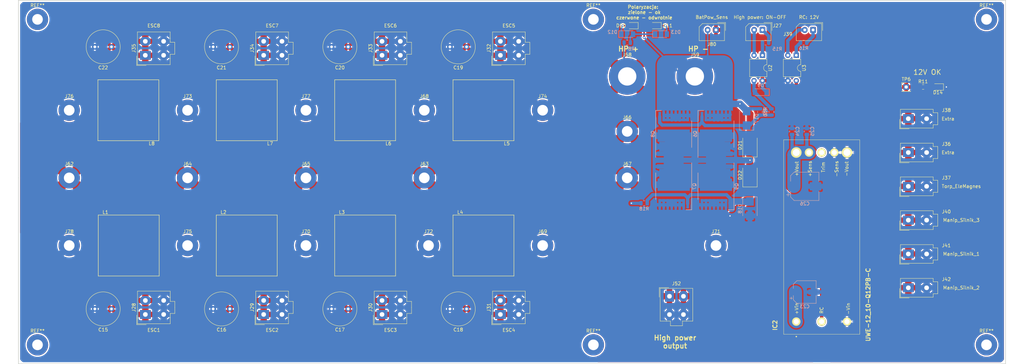
<source format=kicad_pcb>
(kicad_pcb (version 20171130) (host pcbnew "(5.0.2)-1")
  (layers (0 F.Cu signal) (31 B.Cu signal) (34 B.Paste user) (35 F.Paste user) (36 B.SilkS user) (37 F.SilkS user) (38 B.Mask user) (39 F.Mask user) (44 Edge.Cuts user))
  (net 0 "")
  (net 1 "Net-(C15-Pad1)")
  (net 2 -BattPow)
  (net 3 "Net-(C16-Pad1)")
  (net 4 "Net-(C17-Pad1)")
  (net 5 "Net-(C18-Pad1)")
  (net 6 "Net-(C19-Pad1)")
  (net 7 "Net-(C20-Pad1)")
  (net 8 "Net-(C21-Pad1)")
  (net 9 "Net-(C22-Pad1)")
  (net 10 +BattPow)
  (net 11 "Net-(C24-Pad1)")
  (net 12 "Net-(D9-Pad2)")
  (net 13 "Net-(D10-Pad2)")
  (net 14 "Net-(D10-Pad1)")
  (net 15 "Net-(D14-Pad2)")
  (net 16 "Net-(IC2-Pad2)")
  (net 17 "Net-(J27-Pad2)")
  (net 18 "Net-(J27-Pad1)")
  (net 19 "Net-(J39-Pad1)")
  (net 20 "Net-(J39-Pad2)")
  (net 21 "Net-(D11-Pad1)")
  (net 22 "Net-(D12-Pad2)")
  (net 23 "Net-(R15-Pad1)")
  (net 24 "Net-(R16-Pad1)")
  (net 25 "Net-(D17-Pad1)")
  (net 26 "Net-(D18-Pad1)")
  (net 27 "Net-(D21-Pad1)")
  (module Resistor_SMD:R_0805_2012Metric (layer B.Cu) (at 240.9295 48.2695 270)
    (fp_text reference R9 (at 0 1.905 270) (layer B.SilkS) (effects (justify mirror)))
    (fp_text value 100)
    (pad 1 smd roundrect (at -0.9375 0 270) (size 0.975 1.4) (layers B.Cu B.Paste B.Mask) (net 12 "Net-(D9-Pad2)"))
    (pad 2 smd roundrect (at 0.9375 0 270) (size 0.975 1.4) (layers B.Cu B.Paste B.Mask) (net 25 "Net-(D17-Pad1)"))
  )
  (module Diode_SMD:D_SMB (layer B.Cu) (at 233.492 50.182 90)
    (fp_text reference D17 (at 0 3 90) (layer B.SilkS) (effects (justify mirror)))
    (fp_text value D_TVS)
    (pad 2 smd rect (at 2.15 0 90) (size 2.5 2.3) (layers B.Cu B.Paste B.Mask) (net 14 "Net-(D10-Pad1)"))
    (pad 1 smd rect (at -2.15 0 90) (size 2.5 2.3) (layers B.Cu B.Paste B.Mask) (net 25 "Net-(D17-Pad1)"))
  )
  (module Package_DIP:DIP-4_W7.62mm (layer F.Cu) (at 248.412 31.242 270)
    (fp_text reference U3 (at 3.81 -2.33 270) (layer F.SilkS))
    (fp_text value Transoptor)
    (pad 4 thru_hole oval (at 7.62 0 270) (size 1.6 1.6) (drill 0.8) (layers *.Cu *.Mask) (net 16 "Net-(IC2-Pad2)"))
    (pad 2 thru_hole oval (at 0 2.54 270) (size 1.6 1.6) (drill 0.8) (layers *.Cu *.Mask) (net 20 "Net-(J39-Pad2)"))
    (pad 3 thru_hole oval (at 7.62 2.54 270) (size 1.6 1.6) (drill 0.8) (layers *.Cu *.Mask) (net 2 -BattPow))
    (pad 1 thru_hole rect (at 0 0 270) (size 1.6 1.6) (drill 0.8) (layers *.Cu *.Mask) (net 24 "Net-(R16-Pad1)"))
  )
  (module Capacitor_THT:C_Radial_D10.0mm_H20.0mm_P5.00mm (layer F.Cu) (at 42.672 107.442 180)
    (fp_text reference C15 (at 2.5 -6.25 180) (layer F.SilkS))
    (fp_text value C)
    (pad 1 thru_hole circle (at 0 0 180) (size 1.6 1.6) (drill 0.8) (layers *.Cu *.Mask) (net 1 "Net-(C15-Pad1)"))
    (pad 2 thru_hole circle (at 5 0 180) (size 1.6 1.6) (drill 0.8) (layers *.Cu *.Mask) (net 2 -BattPow))
  )
  (module Capacitor_THT:C_Radial_D10.0mm_H20.0mm_P5.00mm (layer F.Cu) (at 78.232 107.442 180)
    (fp_text reference C16 (at 2.5 -6.25 180) (layer F.SilkS))
    (fp_text value C)
    (pad 2 thru_hole circle (at 5 0 180) (size 1.6 1.6) (drill 0.8) (layers *.Cu *.Mask) (net 2 -BattPow))
    (pad 1 thru_hole circle (at 0 0 180) (size 1.6 1.6) (drill 0.8) (layers *.Cu *.Mask) (net 3 "Net-(C16-Pad1)"))
  )
  (module Capacitor_THT:C_Radial_D10.0mm_H20.0mm_P5.00mm (layer F.Cu) (at 113.792 107.442 180)
    (fp_text reference C17 (at 2.5 -6.25 180) (layer F.SilkS))
    (fp_text value C)
    (pad 1 thru_hole circle (at 0 0 180) (size 1.6 1.6) (drill 0.8) (layers *.Cu *.Mask) (net 4 "Net-(C17-Pad1)"))
    (pad 2 thru_hole circle (at 5 0 180) (size 1.6 1.6) (drill 0.8) (layers *.Cu *.Mask) (net 2 -BattPow))
  )
  (module Capacitor_THT:C_Radial_D10.0mm_H20.0mm_P5.00mm (layer F.Cu) (at 149.352 107.442 180)
    (fp_text reference C18 (at 2.5 -6.25 180) (layer F.SilkS))
    (fp_text value C)
    (pad 2 thru_hole circle (at 5 0 180) (size 1.6 1.6) (drill 0.8) (layers *.Cu *.Mask) (net 2 -BattPow))
    (pad 1 thru_hole circle (at 0 0 180) (size 1.6 1.6) (drill 0.8) (layers *.Cu *.Mask) (net 5 "Net-(C18-Pad1)"))
  )
  (module Capacitor_THT:C_Radial_D10.0mm_H20.0mm_P5.00mm (layer F.Cu) (at 149.352 28.702 180)
    (fp_text reference C19 (at 2.5 -6.25 180) (layer F.SilkS))
    (fp_text value C)
    (pad 1 thru_hole circle (at 0 0 180) (size 1.6 1.6) (drill 0.8) (layers *.Cu *.Mask) (net 6 "Net-(C19-Pad1)"))
    (pad 2 thru_hole circle (at 5 0 180) (size 1.6 1.6) (drill 0.8) (layers *.Cu *.Mask) (net 2 -BattPow))
  )
  (module Capacitor_THT:C_Radial_D10.0mm_H20.0mm_P5.00mm (layer F.Cu) (at 113.792 28.702 180)
    (fp_text reference C20 (at 2.5 -6.25 180) (layer F.SilkS))
    (fp_text value C)
    (pad 1 thru_hole circle (at 0 0 180) (size 1.6 1.6) (drill 0.8) (layers *.Cu *.Mask) (net 7 "Net-(C20-Pad1)"))
    (pad 2 thru_hole circle (at 5 0 180) (size 1.6 1.6) (drill 0.8) (layers *.Cu *.Mask) (net 2 -BattPow))
  )
  (module Capacitor_THT:C_Radial_D10.0mm_H20.0mm_P5.00mm (layer F.Cu) (at 78.232 28.702 180)
    (fp_text reference C21 (at 2.5 -6.25 180) (layer F.SilkS))
    (fp_text value C)
    (pad 2 thru_hole circle (at 5 0 180) (size 1.6 1.6) (drill 0.8) (layers *.Cu *.Mask) (net 2 -BattPow))
    (pad 1 thru_hole circle (at 0 0 180) (size 1.6 1.6) (drill 0.8) (layers *.Cu *.Mask) (net 8 "Net-(C21-Pad1)"))
  )
  (module Capacitor_SMD:CP_Elec_6.3x5.4 (layer B.Cu) (at 250.952 102.362)
    (fp_text reference C23 (at 0 4.35) (layer B.SilkS) (effects (justify mirror)))
    (fp_text value 33uF)
    (pad 1 smd roundrect (at -2.8 0) (size 3.5 1.6) (layers B.Cu B.Paste B.Mask) (roundrect_rratio 0.15625) (net 10 +BattPow))
    (pad 2 smd roundrect (at 2.8 0) (size 3.5 1.6) (layers B.Cu B.Paste B.Mask) (roundrect_rratio 0.15625) (net 2 -BattPow))
  )
  (module Capacitor_SMD:C_0805_2012Metric (layer B.Cu) (at 247.142 54.102 90)
    (fp_text reference C24 (at 0 1.65 90) (layer B.SilkS) (effects (justify mirror)))
    (fp_text value 100nF)
    (pad 1 smd roundrect (at -0.9375 0 90) (size 0.975 1.4) (layers B.Cu B.Paste B.Mask) (net 11 "Net-(C24-Pad1)"))
    (pad 2 smd roundrect (at 0.9375 0 90) (size 0.975 1.4) (layers B.Cu B.Paste B.Mask) (net 2 -BattPow))
  )
  (module Capacitor_SMD:C_0805_2012Metric (layer B.Cu) (at 251.587 54.102 90)
    (fp_text reference C25 (at 0 1.65 90) (layer B.SilkS) (effects (justify mirror)))
    (fp_text value 10uF)
    (pad 2 smd roundrect (at 0.9375 0 90) (size 0.975 1.4) (layers B.Cu B.Paste B.Mask) (net 2 -BattPow))
    (pad 1 smd roundrect (at -0.9375 0 90) (size 0.975 1.4) (layers B.Cu B.Paste B.Mask) (net 11 "Net-(C24-Pad1)"))
  )
  (module Capacitor_SMD:CP_Elec_8x10 (layer B.Cu) (at 250.952 70.612)
    (fp_text reference C26 (at 0 5.2) (layer B.SilkS) (effects (justify mirror)))
    (fp_text value 200uF)
    (pad 2 smd roundrect (at 3.25 0) (size 3.5 2.5) (layers B.Cu B.Paste B.Mask) (roundrect_rratio 0.1) (net 2 -BattPow))
    (pad 1 smd roundrect (at -3.25 0) (size 3.5 2.5) (layers B.Cu B.Paste B.Mask) (roundrect_rratio 0.1) (net 11 "Net-(C24-Pad1)"))
  )
  (module Diode_SMD:D_MiniMELF (layer B.Cu) (at 237.742 42.332 180)
    (fp_text reference D9 (at 0 2 180) (layer B.SilkS) (effects (justify mirror)))
    (fp_text value BAT48)
    (pad 1 smd rect (at -1.75 0 180) (size 1.3 1.7) (layers B.Cu B.Paste B.Mask) (net 10 +BattPow))
    (pad 2 smd rect (at 1.75 0 180) (size 1.3 1.7) (layers B.Cu B.Paste B.Mask) (net 12 "Net-(D9-Pad2)"))
  )
  (module LED_SMD:LED_0805_2012Metric (layer F.Cu) (at 199.2145 22.352 180)
    (fp_text reference D10 (at 3.4625 0.02 180) (layer F.SilkS))
    (fp_text value LED_G)
    (pad 2 smd roundrect (at 0.9375 0 180) (size 0.975 1.4) (layers F.Cu F.Paste F.Mask) (net 13 "Net-(D10-Pad2)"))
    (pad 1 smd roundrect (at -0.9375 0 180) (size 0.975 1.4) (layers F.Cu F.Paste F.Mask) (net 14 "Net-(D10-Pad1)"))
  )
  (module LED_SMD:LED_0805_2012Metric (layer F.Cu) (at 206.1695 22.352 180)
    (fp_text reference D11 (at -3.5825 0.02 180) (layer F.SilkS))
    (fp_text value LED_R)
    (pad 1 smd roundrect (at -0.9375 0 180) (size 0.975 1.4) (layers F.Cu F.Paste F.Mask) (net 21 "Net-(D11-Pad1)"))
    (pad 2 smd roundrect (at 0.9375 0 180) (size 0.975 1.4) (layers F.Cu F.Paste F.Mask) (net 14 "Net-(D10-Pad1)"))
  )
  (module Diode_SMD:D_MiniMELF (layer B.Cu) (at 197.612 24.892)
    (fp_text reference D12 (at -4.445 -0.635) (layer B.SilkS) (effects (justify mirror)))
    (fp_text value BAT48)
    (pad 1 smd rect (at -1.75 0) (size 1.3 1.7) (layers B.Cu B.Paste B.Mask) (net 13 "Net-(D10-Pad2)"))
    (pad 2 smd rect (at 1.75 0) (size 1.3 1.7) (layers B.Cu B.Paste B.Mask) (net 22 "Net-(D12-Pad2)"))
  )
  (module Diode_SMD:D_MiniMELF (layer B.Cu) (at 207.772 24.892)
    (fp_text reference D13 (at 4.445 -0.635) (layer B.SilkS) (effects (justify mirror)))
    (fp_text value BAT48)
    (pad 1 smd rect (at -1.75 0) (size 1.3 1.7) (layers B.Cu B.Paste B.Mask) (net 22 "Net-(D12-Pad2)"))
    (pad 2 smd rect (at 1.75 0) (size 1.3 1.7) (layers B.Cu B.Paste B.Mask) (net 21 "Net-(D11-Pad1)"))
  )
  (module LED_SMD:LED_0805_2012Metric (layer F.Cu) (at 290.957 40.767 180)
    (fp_text reference D14 (at 0 -1.65 180) (layer F.SilkS))
    (fp_text value LED_B)
    (pad 2 smd roundrect (at 0.9375 0 180) (size 0.975 1.4) (layers F.Cu F.Paste F.Mask) (net 15 "Net-(D14-Pad2)"))
    (pad 1 smd roundrect (at -0.9375 0 180) (size 0.975 1.4) (layers F.Cu F.Paste F.Mask) (net 2 -BattPow))
  )
  (module UWE-12_10-Q12P-C:UWE-12_10-Q12P-C (layer F.Cu) (at 256.032 85.852 90)
    (fp_text reference IC2 (at -26.5 -14 90) (layer F.SilkS) (effects (font (size 1.27 1.27) (thickness 0.254))))
    (fp_text value UWE-12_10-Q12PB-C (at -20.32 13.97 90) (layer F.SilkS) (effects (font (size 1.27 1.27) (thickness 0.254))))
    (fp_text user +Vin (at -21.5 -7.5 90) (layer F.SilkS))
    (fp_text user -Vin (at -21.5 8 90) (layer F.SilkS))
    (fp_text user RC (at -22 0 90) (layer F.SilkS))
    (fp_text user -Vout (at 20.5 7.5 90) (layer F.SilkS))
    (fp_text user +Vout (at 20.5 -7.5 90) (layer F.SilkS))
    (fp_text user +Sens (at 20.5 -3.5 90) (layer F.SilkS))
    (fp_text user -Sens (at 20.5 4.5 90) (layer F.SilkS))
    (fp_text user Trim (at 21 0.5 90) (layer F.SilkS))
    (pad 1 thru_hole circle (at -25.4 -7.62 180) (size 2.54 2.54) (drill 1.5748) (layers *.Cu *.Mask F.SilkS) (net 10 +BattPow))
    (pad 2 thru_hole circle (at -25.4 0 180) (size 2.54 2.54) (drill 1.5748) (layers *.Cu *.Mask F.SilkS) (net 16 "Net-(IC2-Pad2)"))
    (pad 3 thru_hole circle (at -25.4 7.62 180) (size 2.54 2.54) (drill 1.5748) (layers *.Cu *.Mask F.SilkS) (net 2 -BattPow))
    (pad 4 thru_hole circle (at 25.4 7.62 180) (size 3.2 3.2) (drill 2.1336) (layers *.Cu *.Mask F.SilkS) (net 2 -BattPow))
    (pad 5 thru_hole circle (at 25.4 3.81 180) (size 2.54 2.54) (drill 1.5748) (layers *.Cu *.Mask F.SilkS) (net 2 -BattPow))
    (pad 6 thru_hole circle (at 25.4 0 180) (size 2.54 2.54) (drill 1.5748) (layers *.Cu *.Mask F.SilkS))
    (pad 7 thru_hole circle (at 25.4 -3.81 180) (size 2.54 2.54) (drill 1.5748) (layers *.Cu *.Mask F.SilkS) (net 11 "Net-(C24-Pad1)"))
    (pad 8 thru_hole circle (at 25.4 -7.62 180) (size 3.2 3.2) (drill 2.1336) (layers *.Cu *.Mask F.SilkS) (net 11 "Net-(C24-Pad1)"))
  )
  (module Connector_Molex:Molex_SPOX_5267-02A_1x02_P2.50mm_Vertical (layer F.Cu) (at 238.252 23.622 180)
    (fp_text reference J27 (at -4.445 1.27 180) (layer F.SilkS))
    (fp_text value "High power: ON-OFF" (at 0.762 3.81 180) (layer F.SilkS))
    (pad 2 thru_hole oval (at 2.5 0 180) (size 1.7 1.85) (drill 0.85) (layers *.Cu *.Mask) (net 17 "Net-(J27-Pad2)"))
    (pad 1 thru_hole roundrect (at 0 0 180) (size 1.7 1.85) (drill 0.85) (layers *.Cu *.Mask) (roundrect_rratio 0.147059) (net 18 "Net-(J27-Pad1)"))
  )
  (module Connector_Molex:Molex_Mini-Fit_Jr_5566-04A_2x02_P4.20mm_Vertical (layer F.Cu) (at 52.852 109.102 90)
    (fp_text reference J28 (at 2.1 -3.45 90) (layer F.SilkS))
    (fp_text value ESC1 (at -4.69 2.52 180) (layer F.SilkS))
    (pad 1 thru_hole roundrect (at 0 0 90) (size 2.7 3.3) (drill 1.4) (layers *.Cu *.Mask) (roundrect_rratio 0.09259299999999999) (net 1 "Net-(C15-Pad1)"))
    (pad 2 thru_hole oval (at 4.2 0 90) (size 2.7 3.3) (drill 1.4) (layers *.Cu *.Mask) (net 1 "Net-(C15-Pad1)"))
    (pad 3 thru_hole oval (at 0 5.5 90) (size 2.7 3.3) (drill 1.4) (layers *.Cu *.Mask) (net 2 -BattPow))
    (pad 4 thru_hole oval (at 4.2 5.5 90) (size 2.7 3.3) (drill 1.4) (layers *.Cu *.Mask) (net 2 -BattPow))
  )
  (module Connector_Molex:Molex_Mini-Fit_Jr_5566-04A_2x02_P4.20mm_Vertical (layer F.Cu) (at 88.392 109.102 90)
    (fp_text reference J29 (at 2.1 -3.45 90) (layer F.SilkS))
    (fp_text value ESC2 (at -4.69 2.54 180) (layer F.SilkS))
    (pad 4 thru_hole oval (at 4.2 5.5 90) (size 2.7 3.3) (drill 1.4) (layers *.Cu *.Mask) (net 2 -BattPow))
    (pad 3 thru_hole oval (at 0 5.5 90) (size 2.7 3.3) (drill 1.4) (layers *.Cu *.Mask) (net 2 -BattPow))
    (pad 2 thru_hole oval (at 4.2 0 90) (size 2.7 3.3) (drill 1.4) (layers *.Cu *.Mask) (net 3 "Net-(C16-Pad1)"))
    (pad 1 thru_hole roundrect (at 0 0 90) (size 2.7 3.3) (drill 1.4) (layers *.Cu *.Mask) (roundrect_rratio 0.09259299999999999) (net 3 "Net-(C16-Pad1)"))
  )
  (module Connector_Molex:Molex_Mini-Fit_Jr_5566-04A_2x02_P4.20mm_Vertical (layer F.Cu) (at 123.952 109.102 90)
    (fp_text reference J30 (at 2.1 -3.45 90) (layer F.SilkS))
    (fp_text value ESC3 (at -4.69 2.54 180) (layer F.SilkS))
    (pad 1 thru_hole roundrect (at 0 0 90) (size 2.7 3.3) (drill 1.4) (layers *.Cu *.Mask) (roundrect_rratio 0.09259299999999999) (net 4 "Net-(C17-Pad1)"))
    (pad 2 thru_hole oval (at 4.2 0 90) (size 2.7 3.3) (drill 1.4) (layers *.Cu *.Mask) (net 4 "Net-(C17-Pad1)"))
    (pad 3 thru_hole oval (at 0 5.5 90) (size 2.7 3.3) (drill 1.4) (layers *.Cu *.Mask) (net 2 -BattPow))
    (pad 4 thru_hole oval (at 4.2 5.5 90) (size 2.7 3.3) (drill 1.4) (layers *.Cu *.Mask) (net 2 -BattPow))
  )
  (module Connector_Molex:Molex_Mini-Fit_Jr_5566-04A_2x02_P4.20mm_Vertical (layer F.Cu) (at 159.512 109.102 90)
    (fp_text reference J31 (at 2.1 -3.45 90) (layer F.SilkS))
    (fp_text value ESC4 (at -4.69 2.54 180) (layer F.SilkS))
    (pad 4 thru_hole oval (at 4.2 5.5 90) (size 2.7 3.3) (drill 1.4) (layers *.Cu *.Mask) (net 2 -BattPow))
    (pad 3 thru_hole oval (at 0 5.5 90) (size 2.7 3.3) (drill 1.4) (layers *.Cu *.Mask) (net 2 -BattPow))
    (pad 2 thru_hole oval (at 4.2 0 90) (size 2.7 3.3) (drill 1.4) (layers *.Cu *.Mask) (net 5 "Net-(C18-Pad1)"))
    (pad 1 thru_hole roundrect (at 0 0 90) (size 2.7 3.3) (drill 1.4) (layers *.Cu *.Mask) (roundrect_rratio 0.09259299999999999) (net 5 "Net-(C18-Pad1)"))
  )
  (module Connector_Molex:Molex_Mini-Fit_Jr_5566-04A_2x02_P4.20mm_Vertical (layer F.Cu) (at 159.512 31.242 90)
    (fp_text reference J32 (at 2.1 -3.45 90) (layer F.SilkS))
    (fp_text value ESC5 (at 8.89 2.54 180) (layer F.SilkS))
    (pad 4 thru_hole oval (at 4.2 5.5 90) (size 2.7 3.3) (drill 1.4) (layers *.Cu *.Mask) (net 2 -BattPow))
    (pad 3 thru_hole oval (at 0 5.5 90) (size 2.7 3.3) (drill 1.4) (layers *.Cu *.Mask) (net 2 -BattPow))
    (pad 2 thru_hole oval (at 4.2 0 90) (size 2.7 3.3) (drill 1.4) (layers *.Cu *.Mask) (net 6 "Net-(C19-Pad1)"))
    (pad 1 thru_hole roundrect (at 0 0 90) (size 2.7 3.3) (drill 1.4) (layers *.Cu *.Mask) (roundrect_rratio 0.09259299999999999) (net 6 "Net-(C19-Pad1)"))
  )
  (module Connector_Molex:Molex_Mini-Fit_Jr_5566-04A_2x02_P4.20mm_Vertical (layer F.Cu) (at 123.952 31.242 90)
    (fp_text reference J33 (at 2.1 -3.45 90) (layer F.SilkS))
    (fp_text value ESC6 (at 8.89 2.54 180) (layer F.SilkS))
    (pad 1 thru_hole roundrect (at 0 0 90) (size 2.7 3.3) (drill 1.4) (layers *.Cu *.Mask) (roundrect_rratio 0.09259299999999999) (net 7 "Net-(C20-Pad1)"))
    (pad 2 thru_hole oval (at 4.2 0 90) (size 2.7 3.3) (drill 1.4) (layers *.Cu *.Mask) (net 7 "Net-(C20-Pad1)"))
    (pad 3 thru_hole oval (at 0 5.5 90) (size 2.7 3.3) (drill 1.4) (layers *.Cu *.Mask) (net 2 -BattPow))
    (pad 4 thru_hole oval (at 4.2 5.5 90) (size 2.7 3.3) (drill 1.4) (layers *.Cu *.Mask) (net 2 -BattPow))
  )
  (module Connector_Molex:Molex_Mini-Fit_Jr_5566-04A_2x02_P4.20mm_Vertical (layer F.Cu) (at 88.392 31.242 90)
    (fp_text reference J34 (at 2.1 -3.45 90) (layer F.SilkS))
    (fp_text value ESC7 (at 8.89 2.54 180) (layer F.SilkS))
    (pad 1 thru_hole roundrect (at 0 0 90) (size 2.7 3.3) (drill 1.4) (layers *.Cu *.Mask) (roundrect_rratio 0.09259299999999999) (net 8 "Net-(C21-Pad1)"))
    (pad 2 thru_hole oval (at 4.2 0 90) (size 2.7 3.3) (drill 1.4) (layers *.Cu *.Mask) (net 8 "Net-(C21-Pad1)"))
    (pad 3 thru_hole oval (at 0 5.5 90) (size 2.7 3.3) (drill 1.4) (layers *.Cu *.Mask) (net 2 -BattPow))
    (pad 4 thru_hole oval (at 4.2 5.5 90) (size 2.7 3.3) (drill 1.4) (layers *.Cu *.Mask) (net 2 -BattPow))
  )
  (module Connector_Molex:Molex_Mini-Fit_Jr_5566-04A_2x02_P4.20mm_Vertical (layer F.Cu) (at 52.832 31.242 90)
    (fp_text reference J35 (at 2.1 -3.45 90) (layer F.SilkS))
    (fp_text value ESC8 (at 8.89 2.54 180) (layer F.SilkS))
    (pad 4 thru_hole oval (at 4.2 5.5 90) (size 2.7 3.3) (drill 1.4) (layers *.Cu *.Mask) (net 2 -BattPow))
    (pad 3 thru_hole oval (at 0 5.5 90) (size 2.7 3.3) (drill 1.4) (layers *.Cu *.Mask) (net 2 -BattPow))
    (pad 2 thru_hole oval (at 4.2 0 90) (size 2.7 3.3) (drill 1.4) (layers *.Cu *.Mask) (net 9 "Net-(C22-Pad1)"))
    (pad 1 thru_hole roundrect (at 0 0 90) (size 2.7 3.3) (drill 1.4) (layers *.Cu *.Mask) (roundrect_rratio 0.09259299999999999) (net 9 "Net-(C22-Pad1)"))
  )
  (module Connector_Molex:Molex_SPOX_5267-02A_1x02_P2.50mm_Vertical (layer F.Cu) (at 253.452 23.622 180)
    (fp_text reference J39 (at 7.58 -1.27 180) (layer F.SilkS))
    (fp_text value "RC: 12V" (at 1.23 3.81 180) (layer F.SilkS))
    (pad 1 thru_hole roundrect (at 0 0 180) (size 1.7 1.85) (drill 0.85) (layers *.Cu *.Mask) (roundrect_rratio 0.147059) (net 19 "Net-(J39-Pad1)"))
    (pad 2 thru_hole oval (at 2.5 0 180) (size 1.7 1.85) (drill 0.85) (layers *.Cu *.Mask) (net 20 "Net-(J39-Pad2)"))
  )
  (module Connector_Molex:Molex_Mini-Fit_Jr_5566-04A_2x02_P4.20mm_Vertical (layer F.Cu) (at 210.312 103.632)
    (fp_text reference J52 (at 2.1 -3.81) (layer F.SilkS))
    (fp_text value HP_OUT)
    (pad 4 thru_hole oval (at 4.2 5.5) (size 2.7 3.3) (drill 1.4) (layers *.Cu *.Mask) (net 2 -BattPow))
    (pad 3 thru_hole oval (at 0 5.5) (size 2.7 3.3) (drill 1.4) (layers *.Cu *.Mask) (net 2 -BattPow))
    (pad 2 thru_hole oval (at 4.2 0) (size 2.7 3.3) (drill 1.4) (layers *.Cu *.Mask) (net 10 +BattPow))
    (pad 1 thru_hole roundrect (at 0 0) (size 2.7 3.3) (drill 1.4) (layers *.Cu *.Mask) (roundrect_rratio 0.09259299999999999) (net 10 +BattPow))
  )
  (module 74435571100:74435571100 (layer F.Cu) (at 47.852 88.392)
    (fp_text reference L1 (at -7 -10) (layer F.SilkS))
    (fp_text value L)
    (pad 1 smd rect (at 0 -7.5) (size 6 6) (layers F.Cu F.Paste F.Mask) (net 10 +BattPow))
    (pad 2 smd rect (at 0 7.5) (size 6 6) (layers F.Cu F.Paste F.Mask) (net 1 "Net-(C15-Pad1)"))
  )
  (module 74435571100:74435571100 (layer F.Cu) (at 83.312 88.392)
    (fp_text reference L2 (at -7 -10) (layer F.SilkS))
    (fp_text value L)
    (pad 2 smd rect (at 0 7.5) (size 6 6) (layers F.Cu F.Paste F.Mask) (net 3 "Net-(C16-Pad1)"))
    (pad 1 smd rect (at 0 -7.5) (size 6 6) (layers F.Cu F.Paste F.Mask) (net 10 +BattPow))
  )
  (module 74435571100:74435571100 (layer F.Cu) (at 118.872 88.392)
    (fp_text reference L3 (at -7 -10) (layer F.SilkS))
    (fp_text value L)
    (pad 1 smd rect (at 0 -7.5) (size 6 6) (layers F.Cu F.Paste F.Mask) (net 10 +BattPow))
    (pad 2 smd rect (at 0 7.5) (size 6 6) (layers F.Cu F.Paste F.Mask) (net 4 "Net-(C17-Pad1)"))
  )
  (module 74435571100:74435571100 (layer F.Cu) (at 154.432 88.392)
    (fp_text reference L4 (at -7 -10) (layer F.SilkS))
    (fp_text value L)
    (pad 2 smd rect (at 0 7.5) (size 6 6) (layers F.Cu F.Paste F.Mask) (net 5 "Net-(C18-Pad1)"))
    (pad 1 smd rect (at 0 -7.5) (size 6 6) (layers F.Cu F.Paste F.Mask) (net 10 +BattPow))
  )
  (module 74435571100:74435571100 (layer F.Cu) (at 154.432 47.752 180)
    (fp_text reference L5 (at -7 -10 180) (layer F.SilkS))
    (fp_text value L)
    (pad 1 smd rect (at 0 -7.5 180) (size 6 6) (layers F.Cu F.Paste F.Mask) (net 10 +BattPow))
    (pad 2 smd rect (at 0 7.5 180) (size 6 6) (layers F.Cu F.Paste F.Mask) (net 6 "Net-(C19-Pad1)"))
  )
  (module 74435571100:74435571100 (layer F.Cu) (at 118.872 47.752 180)
    (fp_text reference L6 (at -7 -10 180) (layer F.SilkS))
    (fp_text value L)
    (pad 1 smd rect (at 0 -7.5 180) (size 6 6) (layers F.Cu F.Paste F.Mask) (net 10 +BattPow))
    (pad 2 smd rect (at 0 7.5 180) (size 6 6) (layers F.Cu F.Paste F.Mask) (net 7 "Net-(C20-Pad1)"))
  )
  (module 74435571100:74435571100 (layer F.Cu) (at 83.312 47.752 180)
    (fp_text reference L7 (at -7 -10 180) (layer F.SilkS))
    (fp_text value L)
    (pad 2 smd rect (at 0 7.5 180) (size 6 6) (layers F.Cu F.Paste F.Mask) (net 8 "Net-(C21-Pad1)"))
    (pad 1 smd rect (at 0 -7.5 180) (size 6 6) (layers F.Cu F.Paste F.Mask) (net 10 +BattPow))
  )
  (module 74435571100:74435571100 (layer F.Cu) (at 47.752 47.752 180)
    (fp_text reference L8 (at -7 -10 180) (layer F.SilkS))
    (fp_text value L)
    (pad 2 smd rect (at 0 7.5 180) (size 6 6) (layers F.Cu F.Paste F.Mask) (net 9 "Net-(C22-Pad1)"))
    (pad 1 smd rect (at 0 -7.5 180) (size 6 6) (layers F.Cu F.Paste F.Mask) (net 10 +BattPow))
  )
  (module Package_TO_SOT_SMD:Infineon_PG-HSOF-8-1 (layer B.Cu) (at 224.282 54.882 270)
    (fp_text reference Q6 (at 0 6.25 270) (layer B.SilkS) (effects (justify mirror)))
    (fp_text value IPT004N03L)
    (pad 2 smd rect (at -4.25 -0.6) (size 8 0.8) (layers B.Cu B.Mask) (net 14 "Net-(D10-Pad1)"))
    (pad 1 smd rect (at -5.25 4.2) (size 0.8 2.8) (layers B.Cu B.Paste B.Mask) (net 25 "Net-(D17-Pad1)"))
    (pad 2 smd rect (at -5.25 3) (size 0.8 2.8) (layers B.Cu B.Paste B.Mask) (net 14 "Net-(D10-Pad1)"))
    (pad 2 smd rect (at -5.25 1.8) (size 0.8 2.8) (layers B.Cu B.Paste B.Mask) (net 14 "Net-(D10-Pad1)"))
    (pad 2 smd rect (at -5.25 -4.2) (size 0.8 2.8) (layers B.Cu B.Paste B.Mask) (net 14 "Net-(D10-Pad1)"))
    (pad 2 smd rect (at -5.25 -3) (size 0.8 2.8) (layers B.Cu B.Paste B.Mask) (net 14 "Net-(D10-Pad1)"))
    (pad 2 smd rect (at -5.25 -1.8) (size 0.8 2.8) (layers B.Cu B.Paste B.Mask) (net 14 "Net-(D10-Pad1)"))
    (pad 2 smd rect (at -5.25 -0.6) (size 0.8 2.8) (layers B.Cu B.Paste B.Mask) (net 14 "Net-(D10-Pad1)"))
    (pad 2 smd rect (at -5.25 0.6) (size 0.8 2.8) (layers B.Cu B.Paste B.Mask) (net 14 "Net-(D10-Pad1)"))
    (pad 3 smd rect (at 0.5 0) (size 9.7 3.7) (layers B.Cu B.Mask) (net 27 "Net-(D21-Pad1)"))
    (pad 3 smd rect (at 3.8 0) (size 8.7 2.9) (layers B.Cu B.Mask) (net 27 "Net-(D21-Pad1)"))
    (pad 3 smd rect (at 5.95 0) (size 10.1 1.4) (layers B.Cu B.Mask) (net 27 "Net-(D21-Pad1)"))
  )
  (module Package_TO_SOT_SMD:Infineon_PG-HSOF-8-1 (layer B.Cu) (at 211.582 70.612 90)
    (fp_text reference Q7 (at 0 6.25 90) (layer B.SilkS) (effects (justify mirror)))
    (fp_text value IPT004N03L)
    (pad 3 smd rect (at 5.95 0 180) (size 10.1 1.4) (layers B.Cu B.Mask) (net 27 "Net-(D21-Pad1)"))
    (pad 3 smd rect (at 3.8 0 180) (size 8.7 2.9) (layers B.Cu B.Mask) (net 27 "Net-(D21-Pad1)"))
    (pad 3 smd rect (at 0.5 0 180) (size 9.7 3.7) (layers B.Cu B.Mask) (net 27 "Net-(D21-Pad1)"))
    (pad 2 smd rect (at -5.25 0.6 180) (size 0.8 2.8) (layers B.Cu B.Paste B.Mask) (net 2 -BattPow))
    (pad 2 smd rect (at -5.25 -0.6 180) (size 0.8 2.8) (layers B.Cu B.Paste B.Mask) (net 2 -BattPow))
    (pad 2 smd rect (at -5.25 -1.8 180) (size 0.8 2.8) (layers B.Cu B.Paste B.Mask) (net 2 -BattPow))
    (pad 2 smd rect (at -5.25 -3 180) (size 0.8 2.8) (layers B.Cu B.Paste B.Mask) (net 2 -BattPow))
    (pad 2 smd rect (at -5.25 -4.2 180) (size 0.8 2.8) (layers B.Cu B.Paste B.Mask) (net 2 -BattPow))
    (pad 2 smd rect (at -5.25 1.8 180) (size 0.8 2.8) (layers B.Cu B.Paste B.Mask) (net 2 -BattPow))
    (pad 2 smd rect (at -5.25 3 180) (size 0.8 2.8) (layers B.Cu B.Paste B.Mask) (net 2 -BattPow))
    (pad 1 smd rect (at -5.25 4.2 180) (size 0.8 2.8) (layers B.Cu B.Paste B.Mask) (net 26 "Net-(D18-Pad1)"))
    (pad 2 smd rect (at -4.25 -0.6 180) (size 8 0.8) (layers B.Cu B.Mask) (net 2 -BattPow))
  )
  (module Package_TO_SOT_SMD:Infineon_PG-HSOF-8-1 (layer B.Cu) (at 211.582 54.882 270)
    (fp_text reference Q8 (at 0 6.25 270) (layer B.SilkS) (effects (justify mirror)))
    (fp_text value IPT004N03L)
    (pad 3 smd rect (at 5.95 0) (size 10.1 1.4) (layers B.Cu B.Mask) (net 27 "Net-(D21-Pad1)"))
    (pad 3 smd rect (at 3.8 0) (size 8.7 2.9) (layers B.Cu B.Mask) (net 27 "Net-(D21-Pad1)"))
    (pad 3 smd rect (at 0.5 0) (size 9.7 3.7) (layers B.Cu B.Mask) (net 27 "Net-(D21-Pad1)"))
    (pad 2 smd rect (at -5.25 0.6) (size 0.8 2.8) (layers B.Cu B.Paste B.Mask) (net 14 "Net-(D10-Pad1)"))
    (pad 2 smd rect (at -5.25 -0.6) (size 0.8 2.8) (layers B.Cu B.Paste B.Mask) (net 14 "Net-(D10-Pad1)"))
    (pad 2 smd rect (at -5.25 -1.8) (size 0.8 2.8) (layers B.Cu B.Paste B.Mask) (net 14 "Net-(D10-Pad1)"))
    (pad 2 smd rect (at -5.25 -3) (size 0.8 2.8) (layers B.Cu B.Paste B.Mask) (net 14 "Net-(D10-Pad1)"))
    (pad 2 smd rect (at -5.25 -4.2) (size 0.8 2.8) (layers B.Cu B.Paste B.Mask) (net 14 "Net-(D10-Pad1)"))
    (pad 2 smd rect (at -5.25 1.8) (size 0.8 2.8) (layers B.Cu B.Paste B.Mask) (net 14 "Net-(D10-Pad1)"))
    (pad 2 smd rect (at -5.25 3) (size 0.8 2.8) (layers B.Cu B.Paste B.Mask) (net 14 "Net-(D10-Pad1)"))
    (pad 1 smd rect (at -5.25 4.2) (size 0.8 2.8) (layers B.Cu B.Paste B.Mask) (net 25 "Net-(D17-Pad1)"))
    (pad 2 smd rect (at -4.25 -0.6) (size 8 0.8) (layers B.Cu B.Mask) (net 14 "Net-(D10-Pad1)"))
  )
  (module Package_TO_SOT_SMD:Infineon_PG-HSOF-8-1 (layer B.Cu) (at 224.282 70.612 90)
    (fp_text reference Q9 (at 0 6.25 90) (layer B.SilkS) (effects (justify mirror)))
    (fp_text value IPT004N03L)
    (pad 3 smd rect (at 5.95 0 180) (size 10.1 1.4) (layers B.Cu B.Mask) (net 27 "Net-(D21-Pad1)"))
    (pad 3 smd rect (at 3.8 0 180) (size 8.7 2.9) (layers B.Cu B.Mask) (net 27 "Net-(D21-Pad1)"))
    (pad 3 smd rect (at 0.5 0 180) (size 9.7 3.7) (layers B.Cu B.Mask) (net 27 "Net-(D21-Pad1)"))
    (pad 2 smd rect (at -5.25 0.6 180) (size 0.8 2.8) (layers B.Cu B.Paste B.Mask) (net 2 -BattPow))
    (pad 2 smd rect (at -5.25 -0.6 180) (size 0.8 2.8) (layers B.Cu B.Paste B.Mask) (net 2 -BattPow))
    (pad 2 smd rect (at -5.25 -1.8 180) (size 0.8 2.8) (layers B.Cu B.Paste B.Mask) (net 2 -BattPow))
    (pad 2 smd rect (at -5.25 -3 180) (size 0.8 2.8) (layers B.Cu B.Paste B.Mask) (net 2 -BattPow))
    (pad 2 smd rect (at -5.25 -4.2 180) (size 0.8 2.8) (layers B.Cu B.Paste B.Mask) (net 2 -BattPow))
    (pad 2 smd rect (at -5.25 1.8 180) (size 0.8 2.8) (layers B.Cu B.Paste B.Mask) (net 2 -BattPow))
    (pad 2 smd rect (at -5.25 3 180) (size 0.8 2.8) (layers B.Cu B.Paste B.Mask) (net 2 -BattPow))
    (pad 1 smd rect (at -5.25 4.2 180) (size 0.8 2.8) (layers B.Cu B.Paste B.Mask) (net 26 "Net-(D18-Pad1)"))
    (pad 2 smd rect (at -4.25 -0.6 180) (size 8 0.8) (layers B.Cu B.Mask) (net 2 -BattPow))
  )
  (module Resistor_SMD:R_0805_2012Metric (layer B.Cu) (at 197.612 27.432)
    (fp_text reference R8 (at 1.27 1.905) (layer B.SilkS) (effects (justify mirror)))
    (fp_text value 3k)
    (pad 2 smd roundrect (at 0.9375 0) (size 0.975 1.4) (layers B.Cu B.Paste B.Mask) (net 22 "Net-(D12-Pad2)"))
    (pad 1 smd roundrect (at -0.9375 0) (size 0.975 1.4) (layers B.Cu B.Paste B.Mask) (net 10 +BattPow))
  )
  (module Resistor_SMD:R_0805_2012Metric (layer B.Cu) (at 237.492 48.2695 90)
    (fp_text reference R10 (at 0 1.65 90) (layer B.SilkS) (effects (justify mirror)))
    (fp_text value 10k)
    (pad 1 smd roundrect (at -0.9375 0 90) (size 0.975 1.4) (layers B.Cu B.Paste B.Mask) (net 25 "Net-(D17-Pad1)"))
    (pad 2 smd roundrect (at 0.9375 0 90) (size 0.975 1.4) (layers B.Cu B.Paste B.Mask) (net 14 "Net-(D10-Pad1)"))
  )
  (module Resistor_SMD:R_0805_2012Metric (layer F.Cu) (at 286.512 40.767)
    (fp_text reference R11 (at 0 -1.65) (layer F.SilkS))
    (fp_text value 1k8)
    (pad 2 smd roundrect (at 0.9375 0) (size 0.975 1.4) (layers F.Cu F.Paste F.Mask) (net 15 "Net-(D14-Pad2)"))
    (pad 1 smd roundrect (at -0.9375 0) (size 0.975 1.4) (layers F.Cu F.Paste F.Mask) (net 11 "Net-(C24-Pad1)"))
  )
  (module Connector_PinHeader_2.54mm:PinHeader_1x01_P2.54mm_Vertical (layer F.Cu) (at 281.432 40.767)
    (fp_text reference TP6 (at 0 -2.33) (layer F.SilkS))
    (fp_text value HP_12V)
    (pad 1 thru_hole rect (at 0 0) (size 1.7 1.7) (drill 1) (layers *.Cu *.Mask) (net 11 "Net-(C24-Pad1)"))
  )
  (module Package_DIP:DIP-4_W7.62mm (layer F.Cu) (at 238.252 31.242 270)
    (fp_text reference U2 (at 3.81 -2.33 270) (layer F.SilkS))
    (fp_text value Transoptor)
    (pad 1 thru_hole rect (at 0 0 270) (size 1.6 1.6) (drill 0.8) (layers *.Cu *.Mask) (net 23 "Net-(R15-Pad1)"))
    (pad 3 thru_hole oval (at 7.62 2.54 270) (size 1.6 1.6) (drill 0.8) (layers *.Cu *.Mask) (net 12 "Net-(D9-Pad2)"))
    (pad 2 thru_hole oval (at 0 2.54 270) (size 1.6 1.6) (drill 0.8) (layers *.Cu *.Mask) (net 17 "Net-(J27-Pad2)"))
    (pad 4 thru_hole oval (at 7.62 0 270) (size 1.6 1.6) (drill 0.8) (layers *.Cu *.Mask) (net 10 +BattPow))
  )
  (module MountingHole:MountingHole_5.5mm_Pad (layer F.Cu) (at 197.612 37.592)
    (fp_text reference J58 (at 0 -6.5) (layer F.SilkS))
    (fp_text value +BattPower)
    (pad 1 thru_hole circle (at 0 0) (size 11 11) (drill 5.5) (layers *.Cu *.Mask) (net 10 +BattPow))
  )
  (module Capacitor_THT:C_Radial_D10.0mm_H20.0mm_P5.00mm (layer F.Cu) (at 42.672 28.702 180)
    (fp_text reference C22 (at 2.5 -6.25 180) (layer F.SilkS))
    (fp_text value C)
    (pad 1 thru_hole circle (at 0 0 180) (size 1.6 1.6) (drill 0.8) (layers *.Cu *.Mask) (net 9 "Net-(C22-Pad1)"))
    (pad 2 thru_hole circle (at 5 0 180) (size 1.6 1.6) (drill 0.8) (layers *.Cu *.Mask) (net 2 -BattPow))
  )
  (module molex_3d_2pin:Molex_Mini-Fit_Jr_5566-02A_2x01_P4.20mm_Vertical (layer F.Cu) (at 282.067 60.452 90)
    (fp_text reference J36 (at 2.54 11.43 180) (layer F.SilkS))
    (fp_text value Extra (at 0 11.925 180) (layer F.SilkS))
    (pad 1 thru_hole roundrect (at 0 0 90) (size 2.7 3.3) (drill 1.4) (layers *.Cu *.Mask) (roundrect_rratio 0.09259299999999999) (net 11 "Net-(C24-Pad1)"))
    (pad 2 thru_hole oval (at 0 5.5 90) (size 2.7 3.3) (drill 1.4) (layers *.Cu *.Mask) (net 2 -BattPow))
  )
  (module molex_3d_2pin:Molex_Mini-Fit_Jr_5566-02A_2x01_P4.20mm_Vertical (layer F.Cu) (at 282.067 70.612 90)
    (fp_text reference J37 (at 2.54 11.43 180) (layer F.SilkS))
    (fp_text value Torp_EleMagnes (at 0 15.925 180) (layer F.SilkS))
    (pad 1 thru_hole roundrect (at 0 0 90) (size 2.7 3.3) (drill 1.4) (layers *.Cu *.Mask) (roundrect_rratio 0.09259299999999999) (net 11 "Net-(C24-Pad1)"))
    (pad 2 thru_hole oval (at 0 5.5 90) (size 2.7 3.3) (drill 1.4) (layers *.Cu *.Mask) (net 2 -BattPow))
  )
  (module molex_3d_2pin:Molex_Mini-Fit_Jr_5566-02A_2x01_P4.20mm_Vertical (layer F.Cu) (at 282.067 50.292 90)
    (fp_text reference J38 (at 2.54 11.43 180) (layer F.SilkS))
    (fp_text value Extra (at -0.04 11.925 180) (layer F.SilkS))
    (pad 1 thru_hole roundrect (at 0 0 90) (size 2.7 3.3) (drill 1.4) (layers *.Cu *.Mask) (roundrect_rratio 0.09259299999999999) (net 11 "Net-(C24-Pad1)"))
    (pad 2 thru_hole oval (at 0 5.5 90) (size 2.7 3.3) (drill 1.4) (layers *.Cu *.Mask) (net 2 -BattPow))
  )
  (module molex_3d_2pin:Molex_Mini-Fit_Jr_5566-02A_2x01_P4.20mm_Vertical (layer F.Cu) (at 282.067 80.772 90)
    (fp_text reference J40 (at 2.54 11.43 180) (layer F.SilkS))
    (fp_text value Manip_Silnik_3 (at 0 15.925 180) (layer F.SilkS))
    (pad 2 thru_hole oval (at 0 5.5 90) (size 2.7 3.3) (drill 1.4) (layers *.Cu *.Mask) (net 2 -BattPow))
    (pad 1 thru_hole roundrect (at 0 0 90) (size 2.7 3.3) (drill 1.4) (layers *.Cu *.Mask) (roundrect_rratio 0.09259299999999999) (net 11 "Net-(C24-Pad1)"))
  )
  (module molex_3d_2pin:Molex_Mini-Fit_Jr_5566-02A_2x01_P4.20mm_Vertical (layer F.Cu) (at 282.067 90.932 90)
    (fp_text reference J41 (at 2.54 11.43 180) (layer F.SilkS))
    (fp_text value Manip_Silnik_1 (at 0 15.925 180) (layer F.SilkS))
    (pad 1 thru_hole roundrect (at 0 0 90) (size 2.7 3.3) (drill 1.4) (layers *.Cu *.Mask) (roundrect_rratio 0.09259299999999999) (net 11 "Net-(C24-Pad1)"))
    (pad 2 thru_hole oval (at 0 5.5 90) (size 2.7 3.3) (drill 1.4) (layers *.Cu *.Mask) (net 2 -BattPow))
  )
  (module molex_3d_2pin:Molex_Mini-Fit_Jr_5566-02A_2x01_P4.20mm_Vertical (layer F.Cu) (at 282.067 101.092 90)
    (fp_text reference J42 (at 2.54 11.43 180) (layer F.SilkS))
    (fp_text value Manip_Silnik_2 (at 0 15.925 180) (layer F.SilkS))
    (pad 2 thru_hole oval (at 0 5.5 90) (size 2.7 3.3) (drill 1.4) (layers *.Cu *.Mask) (net 2 -BattPow))
    (pad 1 thru_hole roundrect (at 0 0 90) (size 2.7 3.3) (drill 1.4) (layers *.Cu *.Mask) (roundrect_rratio 0.09259299999999999) (net 11 "Net-(C24-Pad1)"))
  )
  (module MountingHole:MountingHole_5.5mm_Pad (layer F.Cu) (at 217.932 37.592)
    (fp_text reference J59 (at 0 -6.5) (layer F.SilkS))
    (fp_text value -BattPower)
    (pad 1 thru_hole circle (at 0 0) (size 11 11) (drill 5.5) (layers *.Cu *.Mask) (net 14 "Net-(D10-Pad1)"))
  )
  (module Resistor_SMD:R_0805_2012Metric (layer B.Cu) (at 239.1895 27.432)
    (fp_text reference R15 (at 3.5075 1.905) (layer B.SilkS) (effects (justify mirror)))
    (fp_text value 680)
    (pad 1 smd roundrect (at -0.9375 0) (size 0.975 1.4) (layers B.Cu B.Paste B.Mask) (net 23 "Net-(R15-Pad1)"))
    (pad 2 smd roundrect (at 0.9375 0) (size 0.975 1.4) (layers B.Cu B.Paste B.Mask) (net 18 "Net-(J27-Pad1)"))
  )
  (module Resistor_SMD:R_0805_2012Metric (layer B.Cu) (at 250.6195 27.432)
    (fp_text reference R16 (at 0 1.65) (layer B.SilkS) (effects (justify mirror)))
    (fp_text value 680)
    (pad 2 smd roundrect (at 0.9375 0) (size 0.975 1.4) (layers B.Cu B.Paste B.Mask) (net 19 "Net-(J39-Pad1)"))
    (pad 1 smd roundrect (at -0.9375 0) (size 0.975 1.4) (layers B.Cu B.Paste B.Mask) (net 24 "Net-(R16-Pad1)"))
  )
  (module MountingHole:MountingHole_3.2mm_M3_Pad (layer F.Cu) (at 29.972 68.072)
    (fp_text reference J62 (at 0 -4.2) (layer F.SilkS))
    (fp_text value bus_bar)
    (pad 1 thru_hole circle (at 0 0) (size 6.4 6.4) (drill 3.2) (layers *.Cu *.Mask) (net 10 +BattPow))
  )
  (module MountingHole:MountingHole_3.2mm_M3_Pad (layer F.Cu) (at 136.652 68.072)
    (fp_text reference J63 (at 0 -4.2) (layer F.SilkS))
    (fp_text value bus_bar)
    (pad 1 thru_hole circle (at 0 0) (size 6.4 6.4) (drill 3.2) (layers *.Cu *.Mask) (net 10 +BattPow))
  )
  (module MountingHole:MountingHole_3.2mm_M3_Pad (layer F.Cu) (at 65.532 68.072)
    (fp_text reference J64 (at 0 -4.2) (layer F.SilkS))
    (fp_text value bus_bar)
    (pad 1 thru_hole circle (at 0 0) (size 6.4 6.4) (drill 3.2) (layers *.Cu *.Mask) (net 10 +BattPow))
  )
  (module MountingHole:MountingHole_3.2mm_M3_Pad (layer F.Cu) (at 101.092 68.072)
    (fp_text reference J65 (at 0 -4.2) (layer F.SilkS))
    (fp_text value bus_bar)
    (pad 1 thru_hole circle (at 0 0) (size 6.4 6.4) (drill 3.2) (layers *.Cu *.Mask) (net 10 +BattPow))
  )
  (module MountingHole:MountingHole_3.2mm_M3_Pad (layer F.Cu) (at 197.612 54.102)
    (fp_text reference J66 (at 0 -4.2) (layer F.SilkS))
    (fp_text value bus_bar)
    (pad 1 thru_hole circle (at 0 0) (size 6.4 6.4) (drill 3.2) (layers *.Cu *.Mask) (net 10 +BattPow))
  )
  (module MountingHole:MountingHole_3.2mm_M3_Pad (layer F.Cu) (at 197.612 68.072)
    (fp_text reference J67 (at 0 -4.2) (layer F.SilkS))
    (fp_text value bus_bar)
    (pad 1 thru_hole circle (at 0 0) (size 6.4 6.4) (drill 3.2) (layers *.Cu *.Mask) (net 10 +BattPow))
  )
  (module MountingHole:MountingHole_3.2mm_M3_Pad (layer F.Cu) (at 136.652 47.752)
    (fp_text reference J68 (at 0 -4.2) (layer F.SilkS))
    (fp_text value bus_bar_bott)
    (pad 1 thru_hole circle (at 0 0) (size 6.4 6.4) (drill 3.2) (layers *.Cu *.Mask) (net 2 -BattPow))
  )
  (module MountingHole:MountingHole_3.2mm_M3_Pad (layer F.Cu) (at 172.212 88.392)
    (fp_text reference J69 (at 0 -4.2) (layer F.SilkS))
    (fp_text value bus_bar_bott)
    (pad 1 thru_hole circle (at 0 0) (size 6.4 6.4) (drill 3.2) (layers *.Cu *.Mask) (net 2 -BattPow))
  )
  (module MountingHole:MountingHole_3.2mm_M3_Pad (layer F.Cu) (at 101.092 88.392)
    (fp_text reference J70 (at 0 -4.2) (layer F.SilkS))
    (fp_text value bus_bar_bott)
    (pad 1 thru_hole circle (at 0 0) (size 6.4 6.4) (drill 3.2) (layers *.Cu *.Mask) (net 2 -BattPow))
  )
  (module MountingHole:MountingHole_3.2mm_M3_Pad (layer F.Cu) (at 224.282 88.392)
    (fp_text reference J71 (at 0 -4.2) (layer F.SilkS))
    (fp_text value bus_bar_bott)
    (pad 1 thru_hole circle (at 0 0) (size 6.4 6.4) (drill 3.2) (layers *.Cu *.Mask) (net 2 -BattPow))
  )
  (module MountingHole:MountingHole_3.2mm_M3_Pad (layer F.Cu) (at 137.922 88.392)
    (fp_text reference J72 (at 0 -4.2) (layer F.SilkS))
    (fp_text value bus_bar_bott)
    (pad 1 thru_hole circle (at 0 0) (size 6.4 6.4) (drill 3.2) (layers *.Cu *.Mask) (net 2 -BattPow))
  )
  (module MountingHole:MountingHole_3.2mm_M3_Pad (layer F.Cu) (at 65.532 47.752)
    (fp_text reference J73 (at 0 -4.2) (layer F.SilkS))
    (fp_text value bus_bar_bott)
    (pad 1 thru_hole circle (at 0 0) (size 6.4 6.4) (drill 3.2) (layers *.Cu *.Mask) (net 2 -BattPow))
  )
  (module MountingHole:MountingHole_3.2mm_M3_Pad (layer F.Cu) (at 172.212 47.752)
    (fp_text reference J74 (at 0 -4.2) (layer F.SilkS))
    (fp_text value bus_bar_bott)
    (pad 1 thru_hole circle (at 0 0) (size 6.4 6.4) (drill 3.2) (layers *.Cu *.Mask) (net 2 -BattPow))
  )
  (module MountingHole:MountingHole_3.2mm_M3_Pad (layer F.Cu) (at 65.532 88.392)
    (fp_text reference J75 (at 0 -4.2) (layer F.SilkS))
    (fp_text value bus_bar_bott)
    (pad 1 thru_hole circle (at 0 0) (size 6.4 6.4) (drill 3.2) (layers *.Cu *.Mask) (net 2 -BattPow))
  )
  (module MountingHole:MountingHole_3.2mm_M3_Pad (layer F.Cu) (at 29.972 47.752)
    (fp_text reference J76 (at 0 -4.2) (layer F.SilkS))
    (fp_text value bus_bar_bott)
    (pad 1 thru_hole circle (at 0 0) (size 6.4 6.4) (drill 3.2) (layers *.Cu *.Mask) (net 2 -BattPow))
  )
  (module MountingHole:MountingHole_3.2mm_M3_Pad (layer F.Cu) (at 101.092 47.752)
    (fp_text reference J77 (at 0 -4.2) (layer F.SilkS))
    (fp_text value bus_bar_bott)
    (pad 1 thru_hole circle (at 0 0) (size 6.4 6.4) (drill 3.2) (layers *.Cu *.Mask) (net 2 -BattPow))
  )
  (module MountingHole:MountingHole_3.2mm_M3_Pad (layer F.Cu) (at 29.972 88.392)
    (fp_text reference J78 (at 0 -4.2) (layer F.SilkS))
    (fp_text value bus_bar_bott)
    (pad 1 thru_hole circle (at 0 0) (size 6.4 6.4) (drill 3.2) (layers *.Cu *.Mask) (net 2 -BattPow))
  )
  (module MountingHole:MountingHole_3.2mm_M3_Pad (layer F.Cu) (at 305.562 118.237)
    (fp_text reference REF** (at 0 -4.2) (layer F.SilkS))
    (fp_text value MountingHole_3.2mm_M3_Pad)
    (pad 1 thru_hole circle (at 0 0) (size 6.4 6.4) (drill 3.2) (layers *.Cu *.Mask))
  )
  (module MountingHole:MountingHole_3.2mm_M3_Pad (layer F.Cu) (at 305.562 20.447)
    (fp_text reference REF** (at 0 -4.2) (layer F.SilkS))
    (fp_text value MountingHole_3.2mm_M3_Pad)
    (pad 1 thru_hole circle (at 0 0) (size 6.4 6.4) (drill 3.2) (layers *.Cu *.Mask))
  )
  (module MountingHole:MountingHole_3.2mm_M3_Pad (layer F.Cu) (at 20.447 20.447)
    (fp_text reference REF** (at 0 -4.2) (layer F.SilkS))
    (fp_text value MountingHole_3.2mm_M3_Pad)
    (pad 1 thru_hole circle (at 0 0) (size 6.4 6.4) (drill 3.2) (layers *.Cu *.Mask))
  )
  (module MountingHole:MountingHole_3.2mm_M3_Pad (layer F.Cu) (at 20.447 118.237)
    (fp_text reference REF** (at 0 -4.2) (layer F.SilkS))
    (fp_text value MountingHole_3.2mm_M3_Pad)
    (pad 1 thru_hole circle (at 0 0) (size 6.4 6.4) (drill 3.2) (layers *.Cu *.Mask))
  )
  (module MountingHole:MountingHole_3.2mm_M3_Pad (layer F.Cu) (at 187.452 20.447)
    (fp_text reference REF** (at 0 -4.2) (layer F.SilkS))
    (fp_text value MountingHole_3.2mm_M3_Pad)
    (pad 1 thru_hole circle (at 0 0) (size 6.4 6.4) (drill 3.2) (layers *.Cu *.Mask))
  )
  (module MountingHole:MountingHole_3.2mm_M3_Pad (layer F.Cu) (at 187.452 118.237)
    (fp_text reference REF** (at 0 -4.2) (layer F.SilkS))
    (fp_text value MountingHole_3.2mm_M3_Pad)
    (pad 1 thru_hole circle (at 0 0) (size 6.4 6.4) (drill 3.2) (layers *.Cu *.Mask))
  )
  (module Diode_SMD:D_SMB (layer B.Cu) (at 234.492 77.332 270)
    (fp_text reference D18 (at 0 3 270) (layer B.SilkS) (effects (justify mirror)))
    (fp_text value D_TVS)
    (pad 1 smd rect (at -2.15 0 270) (size 2.5 2.3) (layers B.Cu B.Paste B.Mask) (net 26 "Net-(D18-Pad1)"))
    (pad 2 smd rect (at 2.15 0 270) (size 2.5 2.3) (layers B.Cu B.Paste B.Mask) (net 2 -BattPow))
  )
  (module Resistor_SMD:R_0805_2012Metric (layer B.Cu) (at 202.692 75.692)
    (fp_text reference R18 (at 0 1.65) (layer B.SilkS) (effects (justify mirror)))
    (fp_text value 100)
    (pad 1 smd roundrect (at -0.9375 0) (size 0.975 1.4) (layers B.Cu B.Paste B.Mask) (net 10 +BattPow))
    (pad 2 smd roundrect (at 0.9375 0) (size 0.975 1.4) (layers B.Cu B.Paste B.Mask) (net 26 "Net-(D18-Pad1)"))
  )
  (module Diode_SMD:D_SMB (layer F.Cu) (at 234.5 58.25 90)
    (fp_text reference D21 (at 0 -3 90) (layer F.SilkS))
    (fp_text value D_TVS)
    (pad 1 smd rect (at -2.15 0 90) (size 2.5 2.3) (layers F.Cu F.Paste F.Mask) (net 27 "Net-(D21-Pad1)"))
    (pad 2 smd rect (at 2.15 0 90) (size 2.5 2.3) (layers F.Cu F.Paste F.Mask) (net 14 "Net-(D10-Pad1)"))
  )
  (module Diode_SMD:D_SMB (layer F.Cu) (at 234.5 67.25 90)
    (fp_text reference D22 (at 0 -3 90) (layer F.SilkS))
    (fp_text value D_TVS)
    (pad 2 smd rect (at 2.15 0 90) (size 2.5 2.3) (layers F.Cu F.Paste F.Mask) (net 27 "Net-(D21-Pad1)"))
    (pad 1 smd rect (at -2.15 0 90) (size 2.5 2.3) (layers F.Cu F.Paste F.Mask) (net 2 -BattPow))
  )
  (module Connector_Molex:Molex_SPOX_5267-02A_1x02_P2.50mm_Vertical (layer F.Cu) (at 224.282 23.622 180)
    (fp_text reference J80 (at 1.25 -4.3 180) (layer F.SilkS))
    (fp_text value BatPow_Sens (at 1.25 3.81 180) (layer F.SilkS))
    (pad 2 thru_hole oval (at 2.5 0 180) (size 1.7 1.85) (drill 0.85) (layers *.Cu *.Mask) (net 14 "Net-(D10-Pad1)"))
    (pad 1 thru_hole roundrect (at 0 0 180) (size 1.7 1.85) (drill 0.85) (layers *.Cu *.Mask) (roundrect_rratio 0.147059) (net 10 +BattPow))
  )
  (gr_text "Polaryzacja: \nzielone - ok\nczerwone - odwrotnie" (at 202.752 18.332) (layer F.SilkS) (effects (font (size 1 1) (thickness 0.2))))
  (gr_text "HP -" (at 218.992 29.332) (layer F.SilkS) (effects (font (size 1.5 1.5) (thickness 0.3))))
  (gr_text "HP +" (at 197.992 29.332) (layer F.SilkS) (effects (font (size 1.5 1.5) (thickness 0.3))))
  (gr_text "High power\noutput" (at 211.992 117.332) (layer F.SilkS) (effects (font (size 1.5 1.5) (thickness 0.3))))
  (gr_text "12V OK" (at 287.782 36.322) (layer F.SilkS) (effects (font (size 1.5 1.5) (thickness 0.2))))
  (gr_line (start 14.732 123.952) (end 14.732 68.072) (layer Edge.Cuts) (width 0.2))
  (gr_line (start 311.277 123.952) (end 14.732 123.952) (layer Edge.Cuts) (width 0.2))
  (gr_line (start 311.277 14.732) (end 311.277 123.952) (layer Edge.Cuts) (width 0.2))
  (gr_line (start 14.732 14.732) (end 311.277 14.732) (layer Edge.Cuts) (width 0.2))
  (gr_line (start 14.732 68.072) (end 14.732 14.732) (layer Edge.Cuts) (width 0.2))
  (via (at 293.497 40.767) (size 0.8) (drill 0.4) (layers F.Cu B.Cu) (net 2))
  (segment (start 291.8945 40.767) (end 293.497 40.767) (width 0.5) (layer F.Cu) (net 2))
  (via (at 228.5 79.5) (size 0.8) (drill 0.4) (layers F.Cu B.Cu) (net 2))
  (segment (start 234.5 73.5) (end 228.5 79.5) (width 2) (layer F.Cu) (net 2))
  (segment (start 234.5 69.4) (end 234.5 73.5) (width 2) (layer F.Cu) (net 2))
  (segment (start 248.152 110.992) (end 248.412 111.252) (width 4) (layer B.Cu) (net 10))
  (segment (start 248.152 102.362) (end 248.152 110.992) (width 4) (layer B.Cu) (net 10))
  (via (at 198.882 75.692) (size 0.8) (drill 0.4) (layers F.Cu B.Cu) (net 10))
  (segment (start 201.7545 75.692) (end 198.882 75.692) (width 1) (layer B.Cu) (net 10))
  (segment (start 238.252 41.092) (end 239.492 42.332) (width 1) (layer B.Cu) (net 10))
  (segment (start 238.252 38.862) (end 238.252 41.092) (width 1) (layer B.Cu) (net 10))
  (segment (start 196.6745 36.6545) (end 197.612 37.592) (width 0.5) (layer B.Cu) (net 10))
  (segment (start 196.6745 27.432) (end 196.6745 36.6545) (width 0.5) (layer B.Cu) (net 10))
  (segment (start 285.5745 40.767) (end 281.432 40.767) (width 0.5) (layer F.Cu) (net 11))
  (segment (start 247.702 61.162) (end 248.412 60.452) (width 4) (layer B.Cu) (net 11))
  (segment (start 247.702 70.612) (end 247.702 61.162) (width 4) (layer B.Cu) (net 11))
  (segment (start 252.222 60.452) (end 248.412 60.452) (width 4) (layer B.Cu) (net 11))
  (segment (start 247.142 59.182) (end 248.412 60.452) (width 1) (layer B.Cu) (net 11))
  (segment (start 247.142 55.0395) (end 247.142 59.182) (width 1) (layer B.Cu) (net 11))
  (segment (start 251.587 59.817) (end 252.222 60.452) (width 1) (layer B.Cu) (net 11))
  (segment (start 251.587 55.0395) (end 251.587 59.817) (width 1) (layer B.Cu) (net 11))
  (segment (start 235.712 42.052) (end 235.992 42.332) (width 1) (layer B.Cu) (net 12))
  (segment (start 235.712 38.862) (end 235.712 42.052) (width 1) (layer B.Cu) (net 12))
  (segment (start 235.992 42.3945) (end 240.9295 47.332) (width 1) (layer B.Cu) (net 12))
  (segment (start 235.992 42.332) (end 235.992 42.3945) (width 1) (layer B.Cu) (net 12))
  (via (at 196.342 22.352) (size 0.8) (drill 0.4) (layers F.Cu B.Cu) (net 13))
  (segment (start 195.862 24.892) (end 195.862 22.832) (width 0.5) (layer B.Cu) (net 13))
  (segment (start 195.862 22.832) (end 196.342 22.352) (width 0.5) (layer B.Cu) (net 13))
  (segment (start 196.342 22.352) (end 198.277 22.352) (width 0.5) (layer F.Cu) (net 13))
  (segment (start 200.152 22.352) (end 202.692 22.352) (width 0.5) (layer F.Cu) (net 14))
  (segment (start 202.692 22.352) (end 205.232 22.352) (width 0.5) (layer F.Cu) (net 14))
  (segment (start 217.932 37.592) (end 221.742 33.782) (width 4) (layer B.Cu) (net 14))
  (segment (start 217.932 37.592) (end 214.122 33.782) (width 4) (layer B.Cu) (net 14))
  (segment (start 217.932 37.592) (end 221.742 41.402) (width 4) (layer B.Cu) (net 14))
  (segment (start 217.932 37.592) (end 214.122 41.402) (width 4) (layer B.Cu) (net 14))
  (segment (start 208.582 49.632) (end 215.782 49.632) (width 0.5) (layer B.Cu) (net 14))
  (segment (start 221.282 49.632) (end 228.482 49.632) (width 0.5) (layer B.Cu) (net 14))
  (segment (start 233.492 48.032) (end 233.492 47.832) (width 2) (layer B.Cu) (net 14))
  (segment (start 233.492 47.832) (end 231.492 45.832) (width 2) (layer B.Cu) (net 14))
  (segment (start 231.492 45.832) (end 225.992 45.832) (width 2) (layer B.Cu) (net 14))
  (segment (start 234.192 47.332) (end 233.492 48.032) (width 1) (layer B.Cu) (net 14))
  (segment (start 237.492 47.332) (end 234.192 47.332) (width 1) (layer B.Cu) (net 14))
  (via (at 202.692 25.908) (size 0.8) (drill 0.4) (layers F.Cu B.Cu) (net 14))
  (segment (start 202.692 22.352) (end 202.692 25.908) (width 0.5) (layer F.Cu) (net 14))
  (segment (start 214.376 37.592) (end 217.932 37.592) (width 0.5) (layer B.Cu) (net 14))
  (segment (start 202.692 25.908) (end 214.376 37.592) (width 0.5) (layer B.Cu) (net 14))
  (segment (start 221.782 33.742) (end 217.932 37.592) (width 0.5) (layer B.Cu) (net 14))
  (segment (start 221.782 23.622) (end 221.782 33.742) (width 0.5) (layer B.Cu) (net 14))
  (via (at 231.492 45.832) (size 0.8) (drill 0.4) (layers F.Cu B.Cu) (net 14))
  (segment (start 234.5 56.1) (end 234.5 48.84) (width 2) (layer F.Cu) (net 14))
  (segment (start 234.5 48.84) (end 231.492 45.832) (width 2) (layer F.Cu) (net 14))
  (segment (start 290.0195 40.767) (end 287.4495 40.767) (width 0.5) (layer F.Cu) (net 15))
  (segment (start 248.412 38.862) (end 248.412 45.847) (width 1) (layer F.Cu) (net 16))
  (segment (start 248.412 45.847) (end 241.427 52.832) (width 1) (layer F.Cu) (net 16))
  (segment (start 241.427 52.832) (end 241.427 69.342) (width 1) (layer F.Cu) (net 16))
  (segment (start 241.427 69.342) (end 256.032 83.947) (width 1) (layer F.Cu) (net 16))
  (segment (start 256.032 83.947) (end 256.032 111.252) (width 1) (layer F.Cu) (net 16))
  (segment (start 235.752 31.202) (end 235.712 31.242) (width 1) (layer B.Cu) (net 17))
  (segment (start 235.752 23.622) (end 235.752 31.202) (width 1) (layer B.Cu) (net 17))
  (segment (start 240.127 25.497) (end 240.127 27.432) (width 1) (layer B.Cu) (net 18))
  (segment (start 238.252 23.622) (end 240.127 25.497) (width 1) (layer B.Cu) (net 18))
  (segment (start 253.8245 23.9545) (end 253.492 23.622) (width 1) (layer B.Cu) (net 19))
  (segment (start 253.452 25.537) (end 251.557 27.432) (width 1) (layer B.Cu) (net 19))
  (segment (start 253.452 23.622) (end 253.452 25.537) (width 1) (layer B.Cu) (net 19))
  (segment (start 249.102 23.622) (end 250.952 23.622) (width 1) (layer B.Cu) (net 20))
  (segment (start 245.872 26.852) (end 249.102 23.622) (width 1) (layer B.Cu) (net 20))
  (segment (start 245.872 31.242) (end 245.872 26.852) (width 1) (layer B.Cu) (net 20))
  (via (at 209.042 22.352) (size 0.8) (drill 0.4) (layers F.Cu B.Cu) (net 21))
  (segment (start 209.522 24.892) (end 209.522 22.832) (width 0.5) (layer B.Cu) (net 21))
  (segment (start 209.522 22.832) (end 209.042 22.352) (width 0.5) (layer B.Cu) (net 21))
  (segment (start 209.042 22.352) (end 207.107 22.352) (width 0.5) (layer F.Cu) (net 21))
  (segment (start 199.362 24.892) (end 206.022 24.892) (width 0.5) (layer B.Cu) (net 22))
  (segment (start 198.5495 25.7045) (end 199.362 24.892) (width 0.5) (layer B.Cu) (net 22))
  (segment (start 198.5495 27.432) (end 198.5495 25.7045) (width 0.5) (layer B.Cu) (net 22))
  (segment (start 238.252 27.432) (end 238.252 31.242) (width 1) (layer B.Cu) (net 23))
  (segment (start 248.412 28.702) (end 249.682 27.432) (width 1) (layer B.Cu) (net 24))
  (segment (start 248.412 31.242) (end 248.412 28.702) (width 1) (layer B.Cu) (net 24))
  (segment (start 220.082 51.317) (end 220.082 49.632) (width 1) (layer B.Cu) (net 25))
  (segment (start 219.202 52.197) (end 220.082 51.317) (width 1) (layer B.Cu) (net 25))
  (segment (start 208.086998 52.197) (end 219.202 52.197) (width 1) (layer B.Cu) (net 25))
  (segment (start 207.382 49.632) (end 207.382 51.492002) (width 1) (layer B.Cu) (net 25))
  (segment (start 207.382 51.492002) (end 208.086998 52.197) (width 1) (layer B.Cu) (net 25))
  (segment (start 237.492 49.207) (end 240.9295 49.207) (width 1) (layer B.Cu) (net 25))
  (segment (start 220.082 51.317) (end 220.082 51.422) (width 1) (layer B.Cu) (net 25))
  (segment (start 220.082 51.422) (end 220.992 52.332) (width 1) (layer B.Cu) (net 25))
  (segment (start 220.992 52.332) (end 230.992 52.332) (width 1) (layer B.Cu) (net 25))
  (segment (start 230.992 52.332) (end 233.492 52.332) (width 1) (layer B.Cu) (net 25))
  (segment (start 234.367 52.332) (end 237.492 49.207) (width 1) (layer B.Cu) (net 25))
  (segment (start 233.492 52.332) (end 234.367 52.332) (width 1) (layer B.Cu) (net 25))
  (segment (start 215.782 74.032) (end 215.782 75.862) (width 1) (layer B.Cu) (net 26))
  (segment (start 216.662 73.152) (end 215.782 74.032) (width 1) (layer B.Cu) (net 26))
  (segment (start 227.457 73.152) (end 216.662 73.152) (width 1) (layer B.Cu) (net 26))
  (segment (start 228.482 75.862) (end 228.482 74.177) (width 1) (layer B.Cu) (net 26))
  (segment (start 228.482 74.177) (end 227.457 73.152) (width 1) (layer B.Cu) (net 26))
  (segment (start 203.6295 74.7545) (end 203.6295 75.692) (width 1) (layer B.Cu) (net 26))
  (segment (start 205.232 73.152) (end 203.6295 74.7545) (width 1) (layer B.Cu) (net 26))
  (segment (start 215.782 74.032) (end 214.902 73.152) (width 1) (layer B.Cu) (net 26))
  (segment (start 214.902 73.152) (end 205.232 73.152) (width 1) (layer B.Cu) (net 26))
  (segment (start 228.992 75.532) (end 228.992 77.332) (width 2) (layer B.Cu) (net 26))
  (segment (start 229.342 75.182) (end 228.992 75.532) (width 2) (layer B.Cu) (net 26))
  (segment (start 234.492 75.182) (end 229.342 75.182) (width 2) (layer B.Cu) (net 26))
  (segment (start 211.582 67.592) (end 211.582 58.682) (width 6) (layer B.Cu) (net 27))
  (segment (start 211.582 58.682) (end 224.282 58.682) (width 6) (layer B.Cu) (net 27))
  (segment (start 211.582 66.812) (end 224.282 66.812) (width 6) (layer B.Cu) (net 27))
  (segment (start 224.282 67.592) (end 224.282 62.75) (width 6) (layer B.Cu) (net 27))
  (segment (start 224.282 62.75) (end 224.282 58.682) (width 6) (layer B.Cu) (net 27))
  (segment (start 224.282 62.75) (end 234.5 62.75) (width 2) (layer B.Cu) (net 27))
  (via (at 234.5 62.75) (size 0.8) (drill 0.4) (layers F.Cu B.Cu) (net 27))
  (segment (start 234.5 62.75) (end 234.5 60.4) (width 2) (layer F.Cu) (net 27))
  (segment (start 234.5 62.75) (end 234.5 65.1) (width 2) (layer F.Cu) (net 27))
  (zone (net 2) (net_name -BattPow) (layer B.Cu) (connect_pads (clearance 0.4)) (min_thickness 0.254) (fill yes (arc_segments 32) (thermal_gap 0.4) (thermal_bridge_width 2) (smoothing fillet) (radius 3))
    (polygon (pts (xy 14.732 14.732) (xy 311.277 14.732) (xy 311.277 123.952) (xy 14.732 123.952)))
  )
  (zone (net 27) (net_name "Net-(D21-Pad1)") (layer B.Cu) (priority 1) (connect_pads (clearance 0.4)) (min_thickness 0.254) (fill yes (arc_segments 16) (thermal_gap 0.4) (thermal_bridge_width 2) (smoothing fillet) (radius 3))
    (polygon (pts (xy 205.232 52.832) (xy 230.632 52.832) (xy 230.632 73.152) (xy 205.232 73.152)))
  )
  (zone (net 14) (net_name "Net-(D10-Pad1)") (layer B.Cu) (priority 1) (connect_pads (clearance 0.4)) (min_thickness 0.3) (fill yes (mode segment) (arc_segments 32) (thermal_gap 0.4) (thermal_bridge_width 3) (smoothing fillet) (radius 3))
    (polygon (pts (xy 206.502 31.242) (xy 229.362 31.242) (xy 229.362 51.562) (xy 206.502 51.562)))
  )
  (zone (net 11) (net_name "Net-(C24-Pad1)") (layer F.Cu) (priority 1) (connect_pads (clearance 0.4)) (min_thickness 0.254) (fill yes (arc_segments 16) (thermal_gap 0.4) (thermal_bridge_width 2) (smoothing fillet) (radius 3))
    (polygon (pts (xy 262.382 14.732) (xy 311.277 14.732) (xy 311.277 123.952) (xy 257.302 123.952) (xy 257.302 83.312) (xy 242.697 68.707) (xy 242.697 53.467) (xy 262.382 33.782)))
  )
  (zone (net 10) (net_name +BattPow) (layer F.Cu) (connect_pads (clearance 0.4)) (min_thickness 0.254) (fill yes (arc_segments 32) (thermal_gap 0.508) (thermal_bridge_width 3) (smoothing chamfer) (radius 3))
    (polygon (pts (xy 193.802 49.022) (xy 14.732 49.022) (xy 14.732 87.122) (xy 193.802 87.122)))
  )
  (zone (net 1) (net_name "Net-(C15-Pad1)") (layer F.Cu) (connect_pads (clearance 0.4)) (min_thickness 0.254) (fill yes (arc_segments 32) (thermal_gap 0.508) (thermal_bridge_width 3) (smoothing chamfer) (radius 3))
    (polygon (pts (xy 56.007 88.392) (xy 56.007 116.332) (xy 39.497 116.332) (xy 39.497 88.392)))
  )
  (zone (net 3) (net_name "Net-(C16-Pad1)") (layer F.Cu) (connect_pads (clearance 0.4)) (min_thickness 0.254) (fill yes (arc_segments 32) (thermal_gap 0.508) (thermal_bridge_width 3) (smoothing chamfer) (radius 3))
    (polygon (pts (xy 91.567 88.392) (xy 91.567 116.332) (xy 75.057 116.332) (xy 75.057 88.392)))
  )
  (zone (net 4) (net_name "Net-(C17-Pad1)") (layer F.Cu) (connect_pads (clearance 0.4)) (min_thickness 0.254) (fill yes (arc_segments 32) (thermal_gap 0.508) (thermal_bridge_width 3) (smoothing chamfer) (radius 3))
    (polygon (pts (xy 127.127 88.392) (xy 127.127 116.332) (xy 110.617 116.332) (xy 110.617 88.392)))
  )
  (zone (net 5) (net_name "Net-(C18-Pad1)") (layer F.Cu) (connect_pads (clearance 0.4)) (min_thickness 0.254) (fill yes (arc_segments 32) (thermal_gap 0.508) (thermal_bridge_width 3) (smoothing chamfer) (radius 3))
    (polygon (pts (xy 162.687 88.392) (xy 162.687 116.332) (xy 146.177 116.332) (xy 146.177 88.392)))
  )
  (zone (net 9) (net_name "Net-(C22-Pad1)") (layer F.Cu) (connect_pads (clearance 0.4)) (min_thickness 0.254) (fill yes (arc_segments 32) (thermal_gap 0.508) (thermal_bridge_width 3) (smoothing chamfer) (radius 3))
    (polygon (pts (xy 39.497 47.752) (xy 39.497 19.812) (xy 56.007 19.812) (xy 56.007 47.752)))
  )
  (zone (net 8) (net_name "Net-(C21-Pad1)") (layer F.Cu) (connect_pads (clearance 0.4)) (min_thickness 0.254) (fill yes (arc_segments 32) (thermal_gap 0.508) (thermal_bridge_width 3) (smoothing chamfer) (radius 3))
    (polygon (pts (xy 75.057 47.752) (xy 75.057 19.812) (xy 91.567 19.812) (xy 91.567 47.752)))
  )
  (zone (net 7) (net_name "Net-(C20-Pad1)") (layer F.Cu) (connect_pads (clearance 0.4)) (min_thickness 0.254) (fill yes (arc_segments 32) (thermal_gap 0.508) (thermal_bridge_width 3) (smoothing chamfer) (radius 3))
    (polygon (pts (xy 110.617 47.752) (xy 110.617 19.812) (xy 127.127 19.812) (xy 127.127 47.752)))
  )
  (zone (net 6) (net_name "Net-(C19-Pad1)") (layer F.Cu) (connect_pads (clearance 0.4)) (min_thickness 0.254) (fill yes (arc_segments 32) (thermal_gap 0.508) (thermal_bridge_width 3) (smoothing chamfer) (radius 3))
    (polygon (pts (xy 146.177 47.752) (xy 146.177 19.812) (xy 162.687 19.812) (xy 162.687 47.752)))
  )
  (zone (net 10) (net_name +BattPow) (layer F.Cu) (connect_pads (clearance 0.4)) (min_thickness 0.254) (fill yes (arc_segments 16) (thermal_gap 0.4) (thermal_bridge_width 3) (smoothing fillet) (radius 3))
    (polygon (pts (xy 187.452 14.732) (xy 187.452 123.952) (xy 254.762 123.952) (xy 254.762 84.582) (xy 240.157 69.977) (xy 240.157 52.197) (xy 260.477 31.877) (xy 260.477 14.732)))
  )
)
</source>
